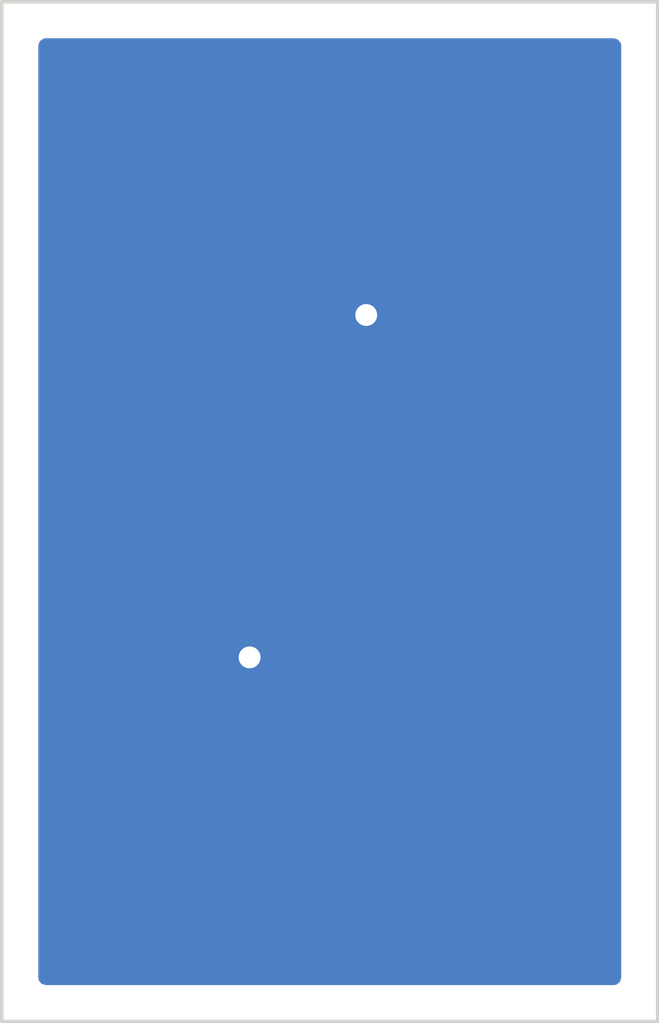
<source format=kicad_pcb>
(kicad_pcb (version 20221018) (generator pcbnew)
  (layers (0 "F.Cu" signal) (31 "B.Cu" signal) (34 "B.Paste" user) (35 "F.Paste" user) (36 "B.SilkS" user "B.Silkscreen") (37 "F.SilkS" user "F.Silkscreen") (38 "B.Mask" user) (39 "F.Mask" user) (44 "Edge.Cuts" user))
  (net 0 "")
  (net 1 "/MSL")
  (net 2 "GND")
  (footprint "antmicro-footprints:NetTie-2_SMD_Pad0.127mm" (layer "F.Cu") (at 147 112.4 90)
    (fp_text reference "TP3" hide)
    (fp_text value "Net-Tie_2")
    (fp_poly (pts (xy -0.0635 -0.0635) (xy 0.0625 -0.0635) (xy 0.0625 0.0635) (xy -0.0635 0.0635)) (fill solid) (layer "F.Cu"))
    (pad "1" smd roundrect (at -0.127 0 270) (size 0.127 0.127) (layers "F.Cu") (roundrect_rratio 0.5) (chamfer_ratio 0) (chamfer top_left bottom_left) (net 1 "/MSL"))
    (pad "2" smd roundrect (at 0.126 0 90) (size 0.127 0.127) (layers "F.Cu") (roundrect_rratio 0.5) (chamfer_ratio 0) (chamfer top_left bottom_left) (net 1 "/MSL"))
  )
  (footprint "antmicro-footprints:Simulation_Port" (layer "F.Cu") (at 146.5 103.25 180)
    (fp_text reference "SP3")
    (fp_text value "Simulation_Port" hide)
  )
  (footprint "antmicro-footprints:Simulation_Port" (layer "F.Cu") (at 147 112.75)
    (fp_text reference "SP2")
    (fp_text value "Simulation_Port" hide)
  )
  (footprint "antmicro-footprints:NetTie-2_SMD_Pad0.127mm" (layer "F.Cu") (at 143 103.5 -90)
    (fp_text reference "TP1" hide)
    (fp_text value "Net-Tie_2")
    (fp_poly (pts (xy -0.0635 -0.0635) (xy 0.0625 -0.0635) (xy 0.0625 0.0635) (xy -0.0635 0.0635)) (fill solid) (layer "F.Cu"))
    (pad "1" smd roundrect (at -0.127 0 90) (size 0.127 0.127) (layers "F.Cu") (roundrect_rratio 0.5) (chamfer_ratio 0) (chamfer top_left bottom_left) (net 1 "/MSL"))
    (pad "2" smd roundrect (at 0.126 0 270) (size 0.127 0.127) (layers "F.Cu") (roundrect_rratio 0.5) (chamfer_ratio 0) (chamfer top_left bottom_left) (net 1 "/MSL"))
  )
  (footprint "antmicro-footprints:Simulation_Port" (layer "F.Cu") (at 143 103.25 180)
    (fp_text reference "SP1")
    (fp_text value "Simulation_Port" hide)
  )
  (footprint "antmicro-footprints:NetTie-2_SMD_Pad0.127mm" (layer "B.Cu") (at 141 113.5 180)
    (fp_text reference "TP4" hide)
    (fp_text value "Net-Tie_2")
    (fp_poly (pts (xy -0.0635 0.0635) (xy 0.0625 0.0635) (xy 0.0625 -0.0635) (xy -0.0635 -0.0635)) (fill solid) (layer "B.Cu"))
    (pad "1" smd roundrect (at -0.127 0) (size 0.127 0.127) (layers "B.Cu") (roundrect_rratio 0.5) (chamfer_ratio 0) (chamfer top_left bottom_left) (net 2 "GND"))
    (pad "2" smd roundrect (at 0.126 0 180) (size 0.127 0.127) (layers "B.Cu") (roundrect_rratio 0.5) (chamfer_ratio 0) (chamfer top_left bottom_left) (net 2 "GND"))
  )
  (footprint "antmicro-footprints:NetTie-2_SMD_Pad0.127mm" (layer "B.Cu") (at 141 114 180)
    (fp_text reference "TP2" hide)
    (fp_text value "Net-Tie_2")
    (fp_poly (pts (xy -0.0635 0.0635) (xy 0.0625 0.0635) (xy 0.0625 -0.0635) (xy -0.0635 -0.0635)) (fill solid) (layer "B.Cu"))
    (pad "1" smd roundrect (at -0.127 0) (size 0.127 0.127) (layers "B.Cu") (roundrect_rratio 0.5) (chamfer_ratio 0) (chamfer top_left bottom_left) (net 2 "GND"))
    (pad "2" smd roundrect (at 0.126 0 180) (size 0.127 0.127) (layers "B.Cu") (roundrect_rratio 0.5) (chamfer_ratio 0) (chamfer top_left bottom_left) (net 2 "GND"))
  )
  (gr_rect (start 140 101) (end 149 115) (stroke (width 0.05)) (fill none) (layer "Edge.Cuts"))
  (segment (start 145 108.5) (end 145.914214 107.585786) (width 0.4) (layer "F.Cu") (net 1))
  (segment (start 146.998156 111.19746) (end 146.998156 112.498156) (width 0.4) (layer "F.Cu") (net 1))
  (segment (start 146.5 106.171573) (end 146.5 103.5) (width 0.4) (layer "F.Cu") (net 1))
  (segment (start 143 103.373) (end 143 105.671573) (width 0.4) (layer "F.Cu") (net 1))
  (segment (start 146.998156 112.498156) (end 147 112.5) (width 0.4) (layer "F.Cu") (net 1))
  (segment (start 143.585787 107.085787) (end 145 108.5) (width 0.4) (layer "F.Cu") (net 1))
  (segment (start 145 108.5) (end 146.414214 109.914214) (width 0.4) (layer "F.Cu") (net 1))
  (arc (start 146.414214 109.914214) (mid 146.82172 110.503015) (end 146.998156 111.19746) (width 0.4) (layer "F.Cu") (net 1))
  (arc (start 145.914214 107.585786) (mid 146.34775 106.936938) (end 146.5 106.171573) (width 0.4) (layer "F.Cu") (net 1))
  (arc (start 143 105.671573) (mid 143.15225 106.436939) (end 143.585787 107.085787) (width 0.4) (layer "F.Cu") (net 1))
  (via (at 145 105.3) (size 0.6) (drill 0.3) (layers "F.Cu" "B.Cu") (net 2))
  (via (at 143.4 110) (size 0.6) (drill 0.3) (layers "F.Cu" "B.Cu") (net 2))
  (zone (net 2) (net_name "GND") (layer "B.Cu") (connect_pads yes (clearance 0.2)) (min_thickness 0.2) (fill yes (thermal_gap 0.508) (thermal_bridge_width 0.508) (island_removal_mode 1) (island_area_min 0))
    (polygon (pts (xy 149 115) (xy 140 115) (xy 140 101) (xy 149 101)))
  )
)
</source>
